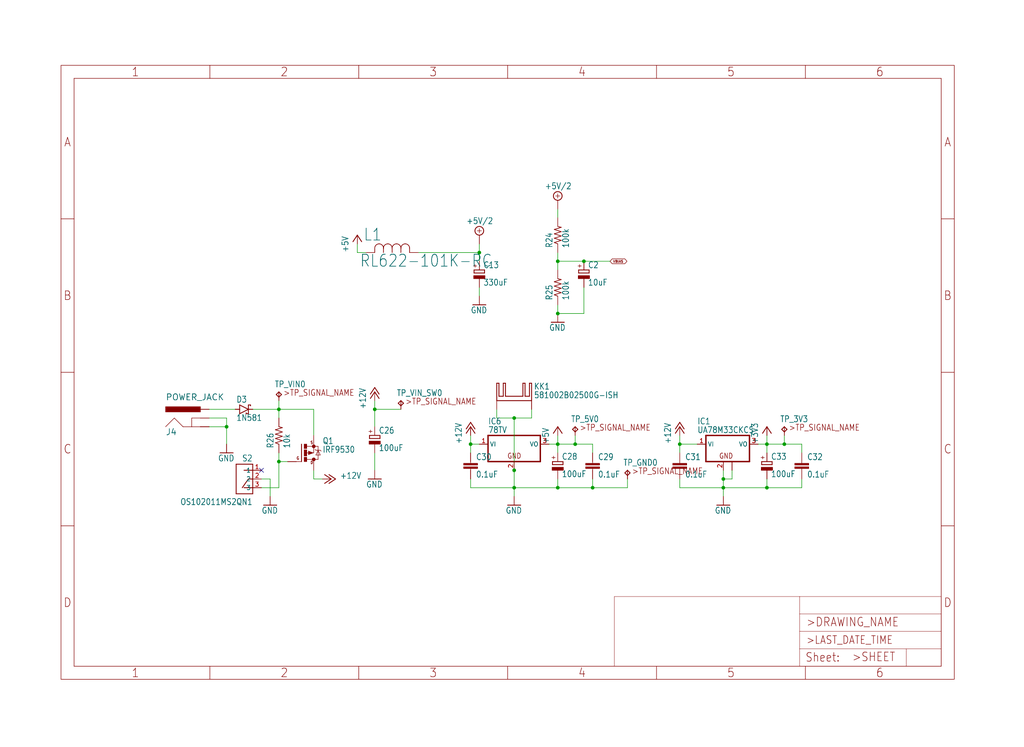
<source format=kicad_sch>
(kicad_sch (version 20230121) (generator eeschema)
  (paper "User" 298.45 217.881)
  (lib_symbols
    (symbol "MegaGRRLDesktop-eagle-import:+12V" (power)
      (property "Value" "+12V" (at -2.54 -5.08 90))
      (symbol "+12V_1_0"
        (polyline (pts (xy 0 0) (xy -1.27 -1.905)) (stroke (width 0.254)))
        (polyline (pts (xy 0 1.27) (xy -1.27 -0.635)) (stroke (width 0.254)))
        (polyline (pts (xy 1.27 -1.905) (xy 0 0)) (stroke (width 0.254)))
        (polyline (pts (xy 1.27 -0.635) (xy 0 1.27)) (stroke (width 0.254)))
        (pin power_in line (at 0 -2.54 90) (length 2.54) (name "+12V") (number "1"))
      )
    )
    (symbol "MegaGRRLDesktop-eagle-import:+3V3" (power)
      (property "Value" "+3V3" (at -2.54 -5.08 90))
      (symbol "+3V3_1_0"
        (polyline (pts (xy 0 0) (xy -1.27 -1.905)) (stroke (width 0.254)))
        (polyline (pts (xy 1.27 -1.905) (xy 0 0)) (stroke (width 0.254)))
        (pin power_in line (at 0 -2.54 90) (length 2.54) (name "+3V3") (number "1"))
      )
    )
    (symbol "MegaGRRLDesktop-eagle-import:+5V" (power)
      (property "Value" "+5V" (at -2.54 -5.08 90))
      (symbol "+5V_1_0"
        (polyline (pts (xy 0 0) (xy -1.27 -1.905)) (stroke (width 0.254)))
        (polyline (pts (xy 1.27 -1.905) (xy 0 0)) (stroke (width 0.254)))
        (pin power_in line (at 0 -2.54 90) (length 2.54) (name "+5V") (number "1"))
      )
    )
    (symbol "MegaGRRLDesktop-eagle-import:+5V{slash}2" (power)
      (property "Value" "+5V{slash}2" (at -3.81 3.175 0))
      (symbol "+5V{slash}2_1_0"
        (polyline (pts (xy -0.635 1.27) (xy 0.635 1.27)) (stroke (width 0.1524)))
        (polyline (pts (xy 0 0.635) (xy 0 1.905)) (stroke (width 0.1524)))
        (circle (center 0 1.27) (radius 1.27) (stroke (width 0.254)))
        (pin power_in line (at 0 -2.54 90) (length 2.54) (name "+5V/2") (number "1"))
      )
    )
    (symbol "MegaGRRLDesktop-eagle-import:1N581"
      (property "Reference" "D" (at -2.286 1.905 0))
      (property "Value" "1N581" (at -2.286 -3.429 0))
      (symbol "1N581_1_0"
        (polyline (pts (xy -1.27 -1.27) (xy 1.27 0)) (stroke (width 0.254)))
        (polyline (pts (xy -1.27 0) (xy -2.54 0)) (stroke (width 0.254)))
        (polyline (pts (xy -1.27 0) (xy -1.27 -1.27)) (stroke (width 0.254)))
        (polyline (pts (xy -1.27 1.27) (xy -1.27 0)) (stroke (width 0.254)))
        (polyline (pts (xy 0.635 -1.016) (xy 0.635 -1.27)) (stroke (width 0.254)))
        (polyline (pts (xy 1.27 -1.27) (xy 0.635 -1.27)) (stroke (width 0.254)))
        (polyline (pts (xy 1.27 0) (xy -1.27 1.27)) (stroke (width 0.254)))
        (polyline (pts (xy 1.27 0) (xy 1.27 -1.27)) (stroke (width 0.254)))
        (polyline (pts (xy 1.27 0) (xy 2.54 0)) (stroke (width 0.254)))
        (polyline (pts (xy 1.27 1.27) (xy 1.27 0)) (stroke (width 0.254)))
        (polyline (pts (xy 1.905 1.27) (xy 1.27 1.27)) (stroke (width 0.254)))
        (polyline (pts (xy 1.905 1.27) (xy 1.905 1.016)) (stroke (width 0.254)))
        (pin passive line (at -2.54 0 0) (length 0) (name "A") (number "A"))
        (pin passive line (at 2.54 0 180) (length 0) (name "C") (number "C"))
      )
    )
    (symbol "MegaGRRLDesktop-eagle-import:581002B02500G-ISH"
      (property "Reference" "KK" (at 5.715 3.175 0))
      (property "Value" "581002B02500G-ISH" (at 5.715 0.635 0))
      (symbol "581002B02500G-ISH_1_0"
        (polyline (pts (xy -5.08 0) (xy 5.08 0)) (stroke (width 0.254)))
        (polyline (pts (xy -5.08 5.08) (xy -5.08 0)) (stroke (width 0.254)))
        (polyline (pts (xy -4.445 1.27) (xy -4.445 5.08)) (stroke (width 0.254)))
        (polyline (pts (xy -4.445 5.08) (xy -5.08 5.08)) (stroke (width 0.254)))
        (polyline (pts (xy -3.175 1.27) (xy -4.445 1.27)) (stroke (width 0.254)))
        (polyline (pts (xy -3.175 5.08) (xy -3.175 1.27)) (stroke (width 0.254)))
        (polyline (pts (xy -2.54 1.27) (xy -2.54 5.08)) (stroke (width 0.254)))
        (polyline (pts (xy -2.54 5.08) (xy -3.175 5.08)) (stroke (width 0.254)))
        (polyline (pts (xy 2.54 1.27) (xy -2.54 1.27)) (stroke (width 0.254)))
        (polyline (pts (xy 2.54 5.08) (xy 2.54 1.27)) (stroke (width 0.254)))
        (polyline (pts (xy 3.175 1.27) (xy 3.175 5.08)) (stroke (width 0.254)))
        (polyline (pts (xy 3.175 5.08) (xy 2.54 5.08)) (stroke (width 0.254)))
        (polyline (pts (xy 4.445 1.27) (xy 3.175 1.27)) (stroke (width 0.254)))
        (polyline (pts (xy 4.445 5.08) (xy 4.445 1.27)) (stroke (width 0.254)))
        (polyline (pts (xy 5.08 0) (xy 5.08 5.08)) (stroke (width 0.254)))
        (polyline (pts (xy 5.08 5.08) (xy 4.445 5.08)) (stroke (width 0.254)))
        (pin passive line (at -5.08 -2.54 90) (length 2.54) (name "K@1") (number "B"))
        (pin passive line (at 5.08 -2.54 90) (length 2.54) (name "K@2") (number "B1"))
      )
    )
    (symbol "MegaGRRLDesktop-eagle-import:78TV"
      (property "Reference" "IC" (at -7.62 5.715 0))
      (property "Value" "78TV" (at -7.62 3.175 0))
      (symbol "78TV_1_0"
        (polyline (pts (xy -7.62 -5.08) (xy 7.62 -5.08)) (stroke (width 0.4064)))
        (polyline (pts (xy -7.62 2.54) (xy -7.62 -5.08)) (stroke (width 0.4064)))
        (polyline (pts (xy 7.62 -5.08) (xy 7.62 2.54)) (stroke (width 0.4064)))
        (polyline (pts (xy 7.62 2.54) (xy -7.62 2.54)) (stroke (width 0.4064)))
        (text "GND" (at -2.032 -4.318 0) (effects (font (size 1.524 1.2954)) (justify left bottom)))
        (pin input line (at -10.16 0 0) (length 2.54) (name "VI") (number "1"))
        (pin passive line (at 0 -7.62 90) (length 2.54) (name "GND") (number "2"))
        (pin passive line (at 10.16 0 180) (length 2.54) (name "VO") (number "3"))
      )
    )
    (symbol "MegaGRRLDesktop-eagle-import:A4L-LOC"
      (symbol "A4L-LOC_0_0"
        (polyline (pts (xy 0 44.7675) (xy 3.81 44.7675)))
        (polyline (pts (xy 0 89.535) (xy 3.81 89.535)))
        (polyline (pts (xy 0 134.3025) (xy 3.81 134.3025)))
        (polyline (pts (xy 3.81 3.81) (xy 3.81 175.26)))
        (polyline (pts (xy 43.3917 0) (xy 43.3917 3.81)))
        (polyline (pts (xy 43.3917 175.26) (xy 43.3917 179.07)))
        (polyline (pts (xy 86.7833 0) (xy 86.7833 3.81)))
        (polyline (pts (xy 86.7833 175.26) (xy 86.7833 179.07)))
        (polyline (pts (xy 130.175 0) (xy 130.175 3.81)))
        (polyline (pts (xy 130.175 175.26) (xy 130.175 179.07)))
        (polyline (pts (xy 173.5667 0) (xy 173.5667 3.81)))
        (polyline (pts (xy 173.5667 175.26) (xy 173.5667 179.07)))
        (polyline (pts (xy 216.9583 0) (xy 216.9583 3.81)))
        (polyline (pts (xy 216.9583 175.26) (xy 216.9583 179.07)))
        (polyline (pts (xy 256.54 3.81) (xy 3.81 3.81)))
        (polyline (pts (xy 256.54 3.81) (xy 256.54 175.26)))
        (polyline (pts (xy 256.54 44.7675) (xy 260.35 44.7675)))
        (polyline (pts (xy 256.54 89.535) (xy 260.35 89.535)))
        (polyline (pts (xy 256.54 134.3025) (xy 260.35 134.3025)))
        (polyline (pts (xy 256.54 175.26) (xy 3.81 175.26)))
        (polyline (pts (xy 0 0) (xy 260.35 0) (xy 260.35 179.07) (xy 0 179.07) (xy 0 0)))
        (text "1" (at 21.6958 1.905 0) (effects (font (size 2.54 2.286))))
        (text "1" (at 21.6958 177.165 0) (effects (font (size 2.54 2.286))))
        (text "2" (at 65.0875 1.905 0) (effects (font (size 2.54 2.286))))
        (text "2" (at 65.0875 177.165 0) (effects (font (size 2.54 2.286))))
        (text "3" (at 108.4792 1.905 0) (effects (font (size 2.54 2.286))))
        (text "3" (at 108.4792 177.165 0) (effects (font (size 2.54 2.286))))
        (text "4" (at 151.8708 1.905 0) (effects (font (size 2.54 2.286))))
        (text "4" (at 151.8708 177.165 0) (effects (font (size 2.54 2.286))))
        (text "5" (at 195.2625 1.905 0) (effects (font (size 2.54 2.286))))
        (text "5" (at 195.2625 177.165 0) (effects (font (size 2.54 2.286))))
        (text "6" (at 238.6542 1.905 0) (effects (font (size 2.54 2.286))))
        (text "6" (at 238.6542 177.165 0) (effects (font (size 2.54 2.286))))
        (text "A" (at 1.905 156.6863 0) (effects (font (size 2.54 2.286))))
        (text "A" (at 258.445 156.6863 0) (effects (font (size 2.54 2.286))))
        (text "B" (at 1.905 111.9188 0) (effects (font (size 2.54 2.286))))
        (text "B" (at 258.445 111.9188 0) (effects (font (size 2.54 2.286))))
        (text "C" (at 1.905 67.1513 0) (effects (font (size 2.54 2.286))))
        (text "C" (at 258.445 67.1513 0) (effects (font (size 2.54 2.286))))
        (text "D" (at 1.905 22.3838 0) (effects (font (size 2.54 2.286))))
        (text "D" (at 258.445 22.3838 0) (effects (font (size 2.54 2.286))))
      )
      (symbol "A4L-LOC_1_0"
        (polyline (pts (xy 161.29 3.81) (xy 161.29 24.13)) (stroke (width 0.1016)))
        (polyline (pts (xy 161.29 24.13) (xy 215.265 24.13)) (stroke (width 0.1016)))
        (polyline (pts (xy 215.265 8.89) (xy 215.265 3.81)) (stroke (width 0.1016)))
        (polyline (pts (xy 215.265 8.89) (xy 215.265 13.97)) (stroke (width 0.1016)))
        (polyline (pts (xy 215.265 13.97) (xy 215.265 19.05)) (stroke (width 0.1016)))
        (polyline (pts (xy 215.265 13.97) (xy 256.54 13.97)) (stroke (width 0.1016)))
        (polyline (pts (xy 215.265 19.05) (xy 215.265 24.13)) (stroke (width 0.1016)))
        (polyline (pts (xy 215.265 19.05) (xy 256.54 19.05)) (stroke (width 0.1016)))
        (polyline (pts (xy 215.265 24.13) (xy 256.54 24.13)) (stroke (width 0.1016)))
        (polyline (pts (xy 246.38 3.81) (xy 246.38 8.89)) (stroke (width 0.1016)))
        (polyline (pts (xy 246.38 8.89) (xy 215.265 8.89)) (stroke (width 0.1016)))
        (polyline (pts (xy 246.38 8.89) (xy 256.54 8.89)) (stroke (width 0.1016)))
        (polyline (pts (xy 256.54 3.81) (xy 256.54 8.89)) (stroke (width 0.1016)))
        (polyline (pts (xy 256.54 8.89) (xy 256.54 13.97)) (stroke (width 0.1016)))
        (polyline (pts (xy 256.54 13.97) (xy 256.54 19.05)) (stroke (width 0.1016)))
        (polyline (pts (xy 256.54 19.05) (xy 256.54 24.13)) (stroke (width 0.1016)))
        (text ">DRAWING_NAME" (at 217.17 15.24 0) (effects (font (size 2.54 2.159)) (justify left bottom)))
        (text ">LAST_DATE_TIME" (at 217.17 10.16 0) (effects (font (size 2.286 1.9431)) (justify left bottom)))
        (text ">SHEET" (at 230.505 5.08 0) (effects (font (size 2.54 2.159)) (justify left bottom)))
        (text "Sheet:" (at 216.916 4.953 0) (effects (font (size 2.54 2.159)) (justify left bottom)))
      )
    )
    (symbol "MegaGRRLDesktop-eagle-import:C-EU025-024X044"
      (property "Reference" "C" (at 1.524 0.381 0))
      (property "Value" "C-EU025-024X044" (at 1.524 -4.699 0))
      (symbol "C-EU025-024X044_1_0"
        (rectangle (start -2.032 -2.032) (end 2.032 -1.524) (fill (type outline)))
        (rectangle (start -2.032 -1.016) (end 2.032 -0.508) (fill (type outline)))
        (polyline (pts (xy 0 -2.54) (xy 0 -2.032)) (stroke (width 0.1524)))
        (polyline (pts (xy 0 0) (xy 0 -0.508)) (stroke (width 0.1524)))
        (pin passive line (at 0 2.54 270) (length 2.54) (name "1") (number "1"))
        (pin passive line (at 0 -5.08 90) (length 2.54) (name "2") (number "2"))
      )
    )
    (symbol "MegaGRRLDesktop-eagle-import:CPOL-EUE2.5-5"
      (property "Reference" "C" (at 1.143 0.4826 0))
      (property "Value" "CPOL-EUE2.5-5" (at 1.143 -4.5974 0))
      (symbol "CPOL-EUE2.5-5_1_0"
        (rectangle (start -1.651 -2.54) (end 1.651 -1.651) (fill (type outline)))
        (polyline (pts (xy -1.524 -0.889) (xy 1.524 -0.889)) (stroke (width 0.254)))
        (polyline (pts (xy -1.524 0) (xy -1.524 -0.889)) (stroke (width 0.254)))
        (polyline (pts (xy -1.524 0) (xy 1.524 0)) (stroke (width 0.254)))
        (polyline (pts (xy 1.524 -0.889) (xy 1.524 0)) (stroke (width 0.254)))
        (text "+" (at -0.5842 0.4064 900) (effects (font (size 1.27 1.0795)) (justify left bottom)))
        (pin passive line (at 0 2.54 270) (length 2.54) (name "+") (number "+"))
        (pin passive line (at 0 -5.08 90) (length 2.54) (name "-") (number "-"))
      )
    )
    (symbol "MegaGRRLDesktop-eagle-import:CPOL-EUE2.5-7"
      (property "Reference" "C" (at 1.143 0.4826 0))
      (property "Value" "CPOL-EUE2.5-7" (at 1.143 -4.5974 0))
      (symbol "CPOL-EUE2.5-7_1_0"
        (rectangle (start -1.651 -2.54) (end 1.651 -1.651) (fill (type outline)))
        (polyline (pts (xy -1.524 -0.889) (xy 1.524 -0.889)) (stroke (width 0.254)))
        (polyline (pts (xy -1.524 0) (xy -1.524 -0.889)) (stroke (width 0.254)))
        (polyline (pts (xy -1.524 0) (xy 1.524 0)) (stroke (width 0.254)))
        (polyline (pts (xy 1.524 -0.889) (xy 1.524 0)) (stroke (width 0.254)))
        (text "+" (at -0.5842 0.4064 900) (effects (font (size 1.27 1.0795)) (justify left bottom)))
        (pin passive line (at 0 2.54 270) (length 2.54) (name "+") (number "+"))
        (pin passive line (at 0 -5.08 90) (length 2.54) (name "-") (number "-"))
      )
    )
    (symbol "MegaGRRLDesktop-eagle-import:GND" (power)
      (property "Value" "GND" (at -2.54 -2.54 0))
      (symbol "GND_1_0"
        (polyline (pts (xy -1.905 0) (xy 1.905 0)) (stroke (width 0.254)))
        (pin power_in line (at 0 2.54 270) (length 2.54) (name "GND") (number "1"))
      )
    )
    (symbol "MegaGRRLDesktop-eagle-import:IRF9530"
      (property "Reference" "Q" (at 5.08 2.54 0))
      (property "Value" "IRF9530" (at 5.08 0 0))
      (symbol "IRF9530_1_0"
        (rectangle (start -0.254 -2.54) (end 0.508 -1.27) (fill (type outline)))
        (rectangle (start -0.254 -0.889) (end 0.508 0.889) (fill (type outline)))
        (rectangle (start -0.254 1.27) (end 0.508 2.54) (fill (type outline)))
        (polyline (pts (xy -1.016 -2.54) (xy -2.54 -2.54)) (stroke (width 0.1524)))
        (polyline (pts (xy -1.016 -2.54) (xy -1.016 2.54)) (stroke (width 0.254)))
        (polyline (pts (xy 1.016 -0.508) (xy 1.016 0.508)) (stroke (width 0.1524)))
        (polyline (pts (xy 1.016 0.508) (xy 2.286 0)) (stroke (width 0.1524)))
        (polyline (pts (xy 1.143 -0.254) (xy 1.143 0)) (stroke (width 0.3048)))
        (polyline (pts (xy 1.143 0) (xy 0.254 0)) (stroke (width 0.1524)))
        (polyline (pts (xy 1.143 0) (xy 1.397 0)) (stroke (width 0.3048)))
        (polyline (pts (xy 1.143 0.254) (xy 2.032 0)) (stroke (width 0.3048)))
        (polyline (pts (xy 2.032 0) (xy 1.143 -0.254)) (stroke (width 0.3048)))
        (polyline (pts (xy 2.2352 0) (xy 2.286 0)) (stroke (width 0.1524)))
        (polyline (pts (xy 2.286 0) (xy 1.016 -0.508)) (stroke (width 0.1524)))
        (polyline (pts (xy 2.286 0) (xy 2.54 0)) (stroke (width 0.1524)))
        (polyline (pts (xy 2.54 -2.54) (xy 2.54 -1.905)) (stroke (width 0.1524)))
        (polyline (pts (xy 2.54 -1.905) (xy 0.5334 -1.905)) (stroke (width 0.1524)))
        (polyline (pts (xy 2.54 0) (xy 2.54 1.905)) (stroke (width 0.1524)))
        (polyline (pts (xy 2.54 1.905) (xy 0.508 1.905)) (stroke (width 0.1524)))
        (polyline (pts (xy 2.54 2.54) (xy 2.54 1.905)) (stroke (width 0.1524)))
        (polyline (pts (xy 3.175 -0.635) (xy 3.81 0.762)) (stroke (width 0.1524)))
        (polyline (pts (xy 3.175 0.762) (xy 2.921 1.016)) (stroke (width 0.1524)))
        (polyline (pts (xy 3.81 -1.905) (xy 2.54 -1.905)) (stroke (width 0.1524)))
        (polyline (pts (xy 3.81 0.762) (xy 3.175 0.762)) (stroke (width 0.1524)))
        (polyline (pts (xy 3.81 0.762) (xy 3.81 -1.905)) (stroke (width 0.1524)))
        (polyline (pts (xy 3.81 0.762) (xy 4.445 -0.635)) (stroke (width 0.1524)))
        (polyline (pts (xy 3.81 1.905) (xy 2.54 1.905)) (stroke (width 0.1524)))
        (polyline (pts (xy 3.81 1.905) (xy 3.81 0.762)) (stroke (width 0.1524)))
        (polyline (pts (xy 4.445 -0.635) (xy 3.175 -0.635)) (stroke (width 0.1524)))
        (polyline (pts (xy 4.445 0.762) (xy 3.81 0.762)) (stroke (width 0.1524)))
        (polyline (pts (xy 4.445 0.762) (xy 4.699 0.508)) (stroke (width 0.1524)))
        (circle (center 2.54 -1.905) (radius 0.127) (stroke (width 0.4064)))
        (circle (center 2.54 1.905) (radius 0.127) (stroke (width 0.4064)))
        (text "D" (at 1.524 -3.302 0) (effects (font (size 0.8128 0.6908)) (justify left bottom)))
        (text "G" (at -2.54 -2.032 0) (effects (font (size 0.8128 0.6908)) (justify left bottom)))
        (text "S" (at 1.524 2.54 0) (effects (font (size 0.8128 0.6908)) (justify left bottom)))
        (pin passive line (at 2.54 -5.08 90) (length 2.54) (name "D") (number "D"))
        (pin passive line (at -5.08 -2.54 0) (length 2.54) (name "G") (number "G"))
        (pin passive line (at 2.54 5.08 270) (length 2.54) (name "S") (number "S"))
      )
    )
    (symbol "MegaGRRLDesktop-eagle-import:OS102011MS2QN1"
      (property "Reference" "S" (at -2.541 5.0821 0))
      (property "Value" "OS102011MS2QN1" (at -2.5439 -7.6318 0))
      (symbol "OS102011MS2QN1_1_0"
        (polyline (pts (xy -2.54 -4.318) (xy 2.286 -4.318)) (stroke (width 0.254)))
        (polyline (pts (xy -2.54 -2.54) (xy -2.54 -4.318)) (stroke (width 0.254)))
        (polyline (pts (xy -2.54 -2.54) (xy 0 -2.54)) (stroke (width 0.254)))
        (polyline (pts (xy -2.54 0) (xy -2.54 -2.54)) (stroke (width 0.254)))
        (polyline (pts (xy -2.54 0) (xy -1.27 0)) (stroke (width 0.254)))
        (polyline (pts (xy -2.54 2.54) (xy -2.54 0)) (stroke (width 0.254)))
        (polyline (pts (xy -2.54 2.54) (xy 0 2.54)) (stroke (width 0.254)))
        (polyline (pts (xy -2.54 4.318) (xy -2.54 2.54)) (stroke (width 0.254)))
        (polyline (pts (xy -1.27 0) (xy 0.508 -2.54)) (stroke (width 0.254)))
        (polyline (pts (xy 2.286 -4.318) (xy 2.286 4.318)) (stroke (width 0.254)))
        (polyline (pts (xy 2.286 4.318) (xy -2.54 4.318)) (stroke (width 0.254)))
        (pin passive line (at -5.08 2.54 0) (length 2.54) (name "1") (number "1"))
        (pin passive line (at -5.08 0 0) (length 2.54) (name "2") (number "2"))
        (pin passive line (at -5.08 -2.54 0) (length 2.54) (name "3") (number "3"))
      )
    )
    (symbol "MegaGRRLDesktop-eagle-import:POWER_JACK"
      (property "Reference" "J" (at -10.16 0 0))
      (property "Value" "POWER_JACK" (at -10.16 10.16 0))
      (symbol "POWER_JACK_1_0"
        (rectangle (start -10.16 6.858) (end 0 8.382) (fill (type outline)))
        (polyline (pts (xy -10.16 2.54) (xy -7.62 5.08)) (stroke (width 0.1524)))
        (polyline (pts (xy -7.62 5.08) (xy -5.08 2.54)) (stroke (width 0.1524)))
        (polyline (pts (xy -5.08 2.54) (xy -2.54 2.54)) (stroke (width 0.1524)))
        (polyline (pts (xy -2.54 2.54) (xy -2.54 5.08)) (stroke (width 0.1524)))
        (polyline (pts (xy -2.54 2.54) (xy 0 2.54)) (stroke (width 0.1524)))
        (polyline (pts (xy -2.54 5.08) (xy 0 5.08)) (stroke (width 0.1524)))
        (pin bidirectional line (at 2.54 2.54 180) (length 2.54) (name "GND") (number "GND"))
        (pin bidirectional line (at 2.54 5.08 180) (length 2.54) (name "GNDBREAK") (number "GNDBREAK"))
        (pin bidirectional line (at 2.54 7.62 180) (length 2.54) (name "PWR") (number "PWR"))
      )
    )
    (symbol "MegaGRRLDesktop-eagle-import:R-US_0204{slash}7"
      (property "Reference" "R" (at -3.81 1.4986 0))
      (property "Value" "R-US_0204{slash}7" (at -3.81 -3.302 0))
      (symbol "R-US_0204{slash}7_1_0"
        (polyline (pts (xy -2.54 0) (xy -2.159 1.016)) (stroke (width 0.2032)))
        (polyline (pts (xy -2.159 1.016) (xy -1.524 -1.016)) (stroke (width 0.2032)))
        (polyline (pts (xy -1.524 -1.016) (xy -0.889 1.016)) (stroke (width 0.2032)))
        (polyline (pts (xy -0.889 1.016) (xy -0.254 -1.016)) (stroke (width 0.2032)))
        (polyline (pts (xy -0.254 -1.016) (xy 0.381 1.016)) (stroke (width 0.2032)))
        (polyline (pts (xy 0.381 1.016) (xy 1.016 -1.016)) (stroke (width 0.2032)))
        (polyline (pts (xy 1.016 -1.016) (xy 1.651 1.016)) (stroke (width 0.2032)))
        (polyline (pts (xy 1.651 1.016) (xy 2.286 -1.016)) (stroke (width 0.2032)))
        (polyline (pts (xy 2.286 -1.016) (xy 2.54 0)) (stroke (width 0.2032)))
        (pin passive line (at -5.08 0 0) (length 2.54) (name "1") (number "1"))
        (pin passive line (at 5.08 0 180) (length 2.54) (name "2") (number "2"))
      )
    )
    (symbol "MegaGRRLDesktop-eagle-import:RL622-101K-RC"
      (property "Reference" "L" (at -0.9144 3.3528 0))
      (property "Value" "RL622-101K-RC" (at -1.9812 -4.2672 0))
      (symbol "RL622-101K-RC_1_0"
        (polyline (pts (xy 2.54 0) (xy 2.54 1.27)) (stroke (width 0.2032)))
        (polyline (pts (xy 5.08 0) (xy 5.08 1.27)) (stroke (width 0.2032)))
        (polyline (pts (xy 7.62 0) (xy 7.62 1.27)) (stroke (width 0.2032)))
        (polyline (pts (xy 10.16 0) (xy 10.16 1.27)) (stroke (width 0.2032)))
        (polyline (pts (xy 12.7 0) (xy 12.7 1.27)) (stroke (width 0.2032)))
        (arc (start 5.08 1.27) (mid 3.81 2.5345) (end 2.54 1.27) (stroke (width 0.1524)))
        (arc (start 5.08 1.27) (mid 3.81 2.5345) (end 2.54 1.27) (stroke (width 0.1524)))
        (arc (start 7.62 1.27) (mid 6.35 2.5345) (end 5.08 1.27) (stroke (width 0.1524)))
        (arc (start 7.62 1.27) (mid 6.35 2.5345) (end 5.08 1.27) (stroke (width 0.1524)))
        (arc (start 10.16 1.27) (mid 8.89 2.5345) (end 7.62 1.27) (stroke (width 0.1524)))
        (arc (start 10.16 1.27) (mid 8.89 2.5345) (end 7.62 1.27) (stroke (width 0.1524)))
        (arc (start 12.7 1.27) (mid 11.43 2.5345) (end 10.16 1.27) (stroke (width 0.1524)))
        (arc (start 12.7 1.27) (mid 11.43 2.5345) (end 10.16 1.27) (stroke (width 0.1524)))
        (pin passive line (at 15.24 0 180) (length 2.54) (name "1") (number "1"))
        (pin passive line (at 0 0 0) (length 2.54) (name "2") (number "2"))
      )
    )
    (symbol "MegaGRRLDesktop-eagle-import:TPB1,27"
      (property "Reference" "TP" (at -1.27 1.27 0))
      (symbol "TPB1,27_1_0"
        (polyline (pts (xy -0.762 -0.762) (xy 0 0)) (stroke (width 0.254)))
        (polyline (pts (xy 0 -1.524) (xy -0.762 -0.762)) (stroke (width 0.254)))
        (polyline (pts (xy 0 0) (xy 0.762 -0.762)) (stroke (width 0.254)))
        (polyline (pts (xy 0.762 -0.762) (xy 0 -1.524)) (stroke (width 0.254)))
        (text ">TP_SIGNAL_NAME" (at 1.27 -1.27 0) (effects (font (size 1.778 1.5113)) (justify left bottom)))
        (pin input line (at 0 -2.54 90) (length 2.54) (name "TP") (number "TP"))
      )
    )
    (symbol "MegaGRRLDesktop-eagle-import:UA78MKCS"
      (property "Reference" "IC" (at -5.08 5.715 0))
      (property "Value" "UA78MKCS" (at -5.08 3.175 0))
      (symbol "UA78MKCS_1_0"
        (polyline (pts (xy -5.08 -5.08) (xy 7.62 -5.08)) (stroke (width 0.4064)))
        (polyline (pts (xy -5.08 2.54) (xy -5.08 -5.08)) (stroke (width 0.4064)))
        (polyline (pts (xy 7.62 -5.08) (xy 7.62 2.54)) (stroke (width 0.4064)))
        (polyline (pts (xy 7.62 2.54) (xy -5.08 2.54)) (stroke (width 0.4064)))
        (text "GND" (at -1.27 -4.318 0) (effects (font (size 1.524 1.2954)) (justify left bottom)))
        (pin input line (at -7.62 0 0) (length 2.54) (name "VI") (number "1"))
        (pin passive line (at 0 -7.62 90) (length 2.54) (name "GND") (number "2"))
        (pin passive line (at 10.16 0 180) (length 2.54) (name "VO") (number "3"))
        (pin passive line (at 2.54 -7.62 90) (length 2.54) (name "GND@1") (number "TAB"))
      )
    )
  )
  (junction (at 149.86 142.24))
  (junction (at 81.28 134.62))
  (junction (at 170.18 76.2))
  (junction (at 172.72 142.24))
  (junction (at 162.56 142.24))
  (junction (at 167.64 129.54))
  (junction (at 162.56 91.44))
  (junction (at 198.12 129.54))
  (junction (at 223.52 129.54))
  (junction (at 137.16 129.54))
  (junction (at 223.52 142.24))
  (junction (at 210.82 142.24))
  (junction (at 109.22 119.38))
  (junction (at 139.7 73.66))
  (junction (at 149.86 121.92))
  (junction (at 81.28 119.38))
  (junction (at 162.56 129.54))
  (junction (at 228.6 129.54))
  (junction (at 162.56 76.2))
  (junction (at 210.82 139.7))
  (junction (at 149.86 137.16))
  (junction (at 66.04 124.46))
  (no_connect (at 76.2 137.16))
  (wire (pts (xy 223.52 129.54) (xy 228.6 129.54)))
  (wire (pts (xy 73.66 119.38) (xy 81.28 119.38)))
  (wire (pts (xy 81.28 142.24) (xy 76.2 142.24)))
  (wire (pts (xy 210.82 139.7) (xy 210.82 137.16)))
  (wire (pts (xy 81.28 134.62) (xy 81.28 142.24)))
  (wire (pts (xy 109.22 132.08) (xy 109.22 137.16)))
  (wire (pts (xy 167.64 129.54) (xy 172.72 129.54)))
  (wire (pts (xy 162.56 73.66) (xy 162.56 76.2)))
  (wire (pts (xy 167.64 127) (xy 167.64 129.54)))
  (wire (pts (xy 198.12 139.7) (xy 198.12 142.24)))
  (wire (pts (xy 162.56 76.2) (xy 162.56 78.74)))
  (wire (pts (xy 60.96 119.38) (xy 68.58 119.38)))
  (wire (pts (xy 213.36 139.7) (xy 210.82 139.7)))
  (wire (pts (xy 76.2 139.7) (xy 78.74 139.7)))
  (wire (pts (xy 170.18 91.44) (xy 162.56 91.44)))
  (wire (pts (xy 172.72 139.7) (xy 172.72 142.24)))
  (wire (pts (xy 162.56 129.54) (xy 162.56 132.08)))
  (wire (pts (xy 81.28 119.38) (xy 81.28 121.92)))
  (wire (pts (xy 149.86 121.92) (xy 149.86 137.16)))
  (wire (pts (xy 162.56 142.24) (xy 162.56 139.7)))
  (wire (pts (xy 210.82 142.24) (xy 223.52 142.24)))
  (wire (pts (xy 93.98 139.7) (xy 91.44 139.7)))
  (wire (pts (xy 149.86 121.92) (xy 154.94 121.92)))
  (wire (pts (xy 162.56 91.44) (xy 162.56 88.9)))
  (wire (pts (xy 198.12 129.54) (xy 198.12 132.08)))
  (wire (pts (xy 182.88 142.24) (xy 182.88 139.7)))
  (wire (pts (xy 228.6 129.54) (xy 233.68 129.54)))
  (wire (pts (xy 109.22 119.38) (xy 109.22 116.84)))
  (wire (pts (xy 223.52 142.24) (xy 233.68 142.24)))
  (wire (pts (xy 172.72 142.24) (xy 182.88 142.24)))
  (wire (pts (xy 154.94 121.92) (xy 154.94 119.38)))
  (wire (pts (xy 109.22 124.46) (xy 109.22 119.38)))
  (wire (pts (xy 139.7 83.82) (xy 139.7 86.36)))
  (wire (pts (xy 210.82 142.24) (xy 210.82 139.7)))
  (wire (pts (xy 220.98 129.54) (xy 223.52 129.54)))
  (wire (pts (xy 203.2 129.54) (xy 198.12 129.54)))
  (wire (pts (xy 170.18 83.82) (xy 170.18 91.44)))
  (wire (pts (xy 81.28 119.38) (xy 91.44 119.38)))
  (wire (pts (xy 198.12 129.54) (xy 198.12 127)))
  (wire (pts (xy 223.52 142.24) (xy 223.52 139.7)))
  (wire (pts (xy 162.56 129.54) (xy 162.56 127)))
  (wire (pts (xy 213.36 137.16) (xy 213.36 139.7)))
  (wire (pts (xy 91.44 119.38) (xy 91.44 127)))
  (wire (pts (xy 139.7 71.12) (xy 139.7 73.66)))
  (wire (pts (xy 137.16 132.08) (xy 137.16 129.54)))
  (wire (pts (xy 60.96 121.92) (xy 66.04 121.92)))
  (wire (pts (xy 149.86 137.16) (xy 149.86 142.24)))
  (wire (pts (xy 228.6 127) (xy 228.6 129.54)))
  (wire (pts (xy 104.14 71.12) (xy 104.14 73.66)))
  (wire (pts (xy 116.84 119.38) (xy 109.22 119.38)))
  (wire (pts (xy 137.16 139.7) (xy 137.16 142.24)))
  (wire (pts (xy 172.72 142.24) (xy 162.56 142.24)))
  (wire (pts (xy 139.7 73.66) (xy 139.7 76.2)))
  (wire (pts (xy 137.16 129.54) (xy 137.16 127)))
  (wire (pts (xy 144.78 119.38) (xy 144.78 121.92)))
  (wire (pts (xy 162.56 129.54) (xy 167.64 129.54)))
  (wire (pts (xy 81.28 116.84) (xy 81.28 119.38)))
  (wire (pts (xy 223.52 129.54) (xy 223.52 127)))
  (wire (pts (xy 83.82 134.62) (xy 81.28 134.62)))
  (wire (pts (xy 139.7 129.54) (xy 137.16 129.54)))
  (wire (pts (xy 233.68 129.54) (xy 233.68 132.08)))
  (wire (pts (xy 149.86 142.24) (xy 162.56 142.24)))
  (wire (pts (xy 60.96 124.46) (xy 66.04 124.46)))
  (wire (pts (xy 223.52 129.54) (xy 223.52 132.08)))
  (wire (pts (xy 104.14 73.66) (xy 106.68 73.66)))
  (wire (pts (xy 139.7 73.66) (xy 121.92 73.66)))
  (wire (pts (xy 233.68 142.24) (xy 233.68 139.7)))
  (wire (pts (xy 162.56 60.96) (xy 162.56 63.5)))
  (wire (pts (xy 66.04 121.92) (xy 66.04 124.46)))
  (wire (pts (xy 137.16 142.24) (xy 149.86 142.24)))
  (wire (pts (xy 81.28 134.62) (xy 81.28 132.08)))
  (wire (pts (xy 144.78 121.92) (xy 149.86 121.92)))
  (wire (pts (xy 78.74 139.7) (xy 78.74 144.78)))
  (wire (pts (xy 170.18 76.2) (xy 162.56 76.2)))
  (wire (pts (xy 172.72 129.54) (xy 172.72 132.08)))
  (wire (pts (xy 210.82 142.24) (xy 210.82 144.78)))
  (wire (pts (xy 66.04 124.46) (xy 66.04 129.54)))
  (wire (pts (xy 91.44 139.7) (xy 91.44 137.16)))
  (wire (pts (xy 170.18 76.2) (xy 177.8 76.2)))
  (wire (pts (xy 198.12 142.24) (xy 210.82 142.24)))
  (wire (pts (xy 160.02 129.54) (xy 162.56 129.54)))
  (wire (pts (xy 149.86 142.24) (xy 149.86 144.78)))
  (global_label "VBIAS" (shape bidirectional) (at 177.8 76.2 0) (effects (font (size 0.7112 0.7112))) (property "Intersheetrefs" "${INTERSHEET_REFS}" (effects hide)))
  (symbol (lib_id "MegaGRRLDesktop-eagle-import:+12V") (at 109.22 114.3 0) (unit 1)
    (property "Reference" "#P+01" (effects hide))
    (property "Value" "+12V" (at 106.68 119.38 90) (effects (font (size 1.778 1.5113)) (justify left bottom)))
    (property "Footprint" "MegaGRRLDesktop:" (effects hide))
  )
  (symbol (lib_id "MegaGRRLDesktop-eagle-import:TPB1,27") (at 182.88 137.16 0) (unit 1)
    (property "Reference" "TP_GND0" (at 181.61 135.89 0) (effects (font (size 1.778 1.5113)) (justify left bottom)))
    (property "Value" "TPB1,27" (effects hide))
    (property "Footprint" "MegaGRRLDesktop:B1,27" (effects hide))
  )
  (symbol (lib_id "MegaGRRLDesktop-eagle-import:+5V") (at 104.14 68.58 0) (unit 1)
    (property "Reference" "#P+011" (effects hide))
    (property "Value" "+5V" (at 101.6 73.66 90) (effects (font (size 1.778 1.5113)) (justify left bottom)))
    (property "Footprint" "MegaGRRLDesktop:" (effects hide))
  )
  (symbol (lib_id "MegaGRRLDesktop-eagle-import:GND") (at 78.74 147.32 0) (unit 1)
    (property "Reference" "#GND028" (effects hide))
    (property "Value" "GND" (at 76.2 149.86 0) (effects (font (size 1.778 1.5113)) (justify left bottom)))
    (property "Footprint" "MegaGRRLDesktop:" (effects hide))
  )
  (symbol (lib_id "MegaGRRLDesktop-eagle-import:R-US_0204{slash}7") (at 81.28 127 90) (unit 1)
    (property "Reference" "R26" (at 79.7814 130.81 0) (effects (font (size 1.778 1.5113)) (justify left bottom)))
    (property "Value" "10k" (at 84.582 130.81 0) (effects (font (size 1.778 1.5113)) (justify left bottom)))
    (property "Footprint" "MegaGRRLDesktop:0204_7" (effects hide))
  )
  (symbol (lib_id "MegaGRRLDesktop-eagle-import:78TV") (at 149.86 129.54 0) (unit 1)
    (property "Reference" "IC6" (at 142.24 123.825 0) (effects (font (size 1.778 1.5113)) (justify left bottom)))
    (property "Value" "78TV" (at 142.24 126.365 0) (effects (font (size 1.778 1.5113)) (justify left bottom)))
    (property "Footprint" "MegaGRRLDesktop:TO220V" (effects hide))
  )
  (symbol (lib_id "MegaGRRLDesktop-eagle-import:+5V{slash}2") (at 139.7 68.58 0) (unit 1)
    (property "Reference" "#SUPPLY02" (effects hide))
    (property "Value" "+5V{slash}2" (at 135.89 65.405 0) (effects (font (size 1.778 1.5113)) (justify left bottom)))
    (property "Footprint" "MegaGRRLDesktop:" (effects hide))
  )
  (symbol (lib_id "MegaGRRLDesktop-eagle-import:+12V") (at 137.16 124.46 0) (unit 1)
    (property "Reference" "#P+04" (effects hide))
    (property "Value" "+12V" (at 134.62 129.54 90) (effects (font (size 1.778 1.5113)) (justify left bottom)))
    (property "Footprint" "MegaGRRLDesktop:" (effects hide))
  )
  (symbol (lib_id "MegaGRRLDesktop-eagle-import:POWER_JACK") (at 58.42 127 0) (unit 1)
    (property "Reference" "J4" (at 48.26 127 0) (effects (font (size 1.778 1.778)) (justify left bottom)))
    (property "Value" "POWER_JACK" (at 48.26 116.84 0) (effects (font (size 1.778 1.778)) (justify left bottom)))
    (property "Footprint" "MegaGRRLDesktop:POWER_JACK_PTH" (effects hide))
  )
  (symbol (lib_id "MegaGRRLDesktop-eagle-import:GND") (at 149.86 147.32 0) (unit 1)
    (property "Reference" "#GND05" (effects hide))
    (property "Value" "GND" (at 147.32 149.86 0) (effects (font (size 1.778 1.5113)) (justify left bottom)))
    (property "Footprint" "MegaGRRLDesktop:" (effects hide))
  )
  (symbol (lib_id "MegaGRRLDesktop-eagle-import:OS102011MS2QN1") (at 71.12 139.7 0) (mirror y) (unit 1)
    (property "Reference" "S2" (at 73.661 134.6179 0) (effects (font (size 1.7787 1.5118)) (justify left bottom)))
    (property "Value" "OS102011MS2QN1" (at 73.6639 147.3319 0) (effects (font (size 1.7807 1.5135)) (justify left bottom)))
    (property "Footprint" "MegaGRRLDesktop:SW_OS102011MS2QN1" (effects hide))
  )
  (symbol (lib_id "MegaGRRLDesktop-eagle-import:C-EU025-024X044") (at 172.72 134.62 0) (unit 1)
    (property "Reference" "C29" (at 174.244 134.239 0) (effects (font (size 1.778 1.5113)) (justify left bottom)))
    (property "Value" "0.1uF" (at 174.244 139.319 0) (effects (font (size 1.778 1.5113)) (justify left bottom)))
    (property "Footprint" "MegaGRRLDesktop:C025-024X044" (effects hide))
  )
  (symbol (lib_id "MegaGRRLDesktop-eagle-import:GND") (at 109.22 139.7 0) (unit 1)
    (property "Reference" "#GND02" (effects hide))
    (property "Value" "GND" (at 106.68 142.24 0) (effects (font (size 1.778 1.5113)) (justify left bottom)))
    (property "Footprint" "MegaGRRLDesktop:" (effects hide))
  )
  (symbol (lib_id "MegaGRRLDesktop-eagle-import:C-EU025-024X044") (at 233.68 134.62 0) (unit 1)
    (property "Reference" "C32" (at 235.204 134.239 0) (effects (font (size 1.778 1.5113)) (justify left bottom)))
    (property "Value" "0.1uF" (at 235.204 139.319 0) (effects (font (size 1.778 1.5113)) (justify left bottom)))
    (property "Footprint" "MegaGRRLDesktop:C025-024X044" (effects hide))
  )
  (symbol (lib_id "MegaGRRLDesktop-eagle-import:581002B02500G-ISH") (at 149.86 116.84 0) (unit 1)
    (property "Reference" "KK1" (at 155.575 113.665 0) (effects (font (size 1.778 1.5113)) (justify left bottom)))
    (property "Value" "581002B02500G-ISH" (at 155.575 116.205 0) (effects (font (size 1.778 1.5113)) (justify left bottom)))
    (property "Footprint" "MegaGRRLDesktop:581002B02500G-ISH" (effects hide))
  )
  (symbol (lib_id "MegaGRRLDesktop-eagle-import:GND") (at 162.56 93.98 0) (unit 1)
    (property "Reference" "#GND01" (effects hide))
    (property "Value" "GND" (at 160.02 96.52 0) (effects (font (size 1.778 1.5113)) (justify left bottom)))
    (property "Footprint" "MegaGRRLDesktop:" (effects hide))
  )
  (symbol (lib_id "MegaGRRLDesktop-eagle-import:CPOL-EUE2.5-7") (at 109.22 127 0) (unit 1)
    (property "Reference" "C26" (at 110.363 126.5174 0) (effects (font (size 1.778 1.5113)) (justify left bottom)))
    (property "Value" "100uF" (at 110.363 131.5974 0) (effects (font (size 1.778 1.5113)) (justify left bottom)))
    (property "Footprint" "MegaGRRLDesktop:E2,5-7" (effects hide))
  )
  (symbol (lib_id "MegaGRRLDesktop-eagle-import:TPB1,27") (at 167.64 124.46 0) (unit 1)
    (property "Reference" "TP_5V0" (at 166.37 123.19 0) (effects (font (size 1.778 1.5113)) (justify left bottom)))
    (property "Value" "TPB1,27" (effects hide))
    (property "Footprint" "MegaGRRLDesktop:B1,27" (effects hide))
  )
  (symbol (lib_id "MegaGRRLDesktop-eagle-import:C-EU025-024X044") (at 137.16 134.62 0) (unit 1)
    (property "Reference" "C30" (at 138.684 134.239 0) (effects (font (size 1.778 1.5113)) (justify left bottom)))
    (property "Value" "0.1uF" (at 138.684 139.319 0) (effects (font (size 1.778 1.5113)) (justify left bottom)))
    (property "Footprint" "MegaGRRLDesktop:C025-024X044" (effects hide))
  )
  (symbol (lib_id "MegaGRRLDesktop-eagle-import:+5V{slash}2") (at 162.56 58.42 0) (unit 1)
    (property "Reference" "#SUPPLY05" (effects hide))
    (property "Value" "+5V{slash}2" (at 158.75 55.245 0) (effects (font (size 1.778 1.5113)) (justify left bottom)))
    (property "Footprint" "MegaGRRLDesktop:" (effects hide))
  )
  (symbol (lib_id "MegaGRRLDesktop-eagle-import:+12V") (at 96.52 139.7 270) (unit 1)
    (property "Reference" "#P+016" (effects hide))
    (property "Value" "+12V" (at 99.06 139.7 90) (effects (font (size 1.778 1.5113)) (justify left bottom)))
    (property "Footprint" "MegaGRRLDesktop:" (effects hide))
  )
  (symbol (lib_id "MegaGRRLDesktop-eagle-import:GND") (at 66.04 132.08 0) (unit 1)
    (property "Reference" "#GND029" (effects hide))
    (property "Value" "GND" (at 63.5 134.62 0) (effects (font (size 1.778 1.5113)) (justify left bottom)))
    (property "Footprint" "MegaGRRLDesktop:" (effects hide))
  )
  (symbol (lib_id "MegaGRRLDesktop-eagle-import:CPOL-EUE2.5-7") (at 162.56 134.62 0) (unit 1)
    (property "Reference" "C28" (at 163.703 134.1374 0) (effects (font (size 1.778 1.5113)) (justify left bottom)))
    (property "Value" "100uF" (at 163.703 139.2174 0) (effects (font (size 1.778 1.5113)) (justify left bottom)))
    (property "Footprint" "MegaGRRLDesktop:E2,5-7" (effects hide))
  )
  (symbol (lib_id "MegaGRRLDesktop-eagle-import:+3V3") (at 223.52 124.46 0) (unit 1)
    (property "Reference" "#+3V09" (effects hide))
    (property "Value" "+3V3" (at 220.98 129.54 90) (effects (font (size 1.778 1.5113)) (justify left bottom)))
    (property "Footprint" "MegaGRRLDesktop:" (effects hide))
  )
  (symbol (lib_id "MegaGRRLDesktop-eagle-import:CPOL-EUE2.5-7") (at 223.52 134.62 0) (unit 1)
    (property "Reference" "C33" (at 224.663 134.1374 0) (effects (font (size 1.778 1.5113)) (justify left bottom)))
    (property "Value" "100uF" (at 224.663 139.2174 0) (effects (font (size 1.778 1.5113)) (justify left bottom)))
    (property "Footprint" "MegaGRRLDesktop:E2,5-7" (effects hide))
  )
  (symbol (lib_id "MegaGRRLDesktop-eagle-import:TPB1,27") (at 228.6 124.46 0) (unit 1)
    (property "Reference" "TP_3V3" (at 227.33 123.19 0) (effects (font (size 1.778 1.5113)) (justify left bottom)))
    (property "Value" "TPB1,27" (effects hide))
    (property "Footprint" "MegaGRRLDesktop:B1,27" (effects hide))
  )
  (symbol (lib_id "MegaGRRLDesktop-eagle-import:GND") (at 139.7 88.9 0) (unit 1)
    (property "Reference" "#GND016" (effects hide))
    (property "Value" "GND" (at 137.16 91.44 0) (effects (font (size 1.778 1.5113)) (justify left bottom)))
    (property "Footprint" "MegaGRRLDesktop:" (effects hide))
  )
  (symbol (lib_id "MegaGRRLDesktop-eagle-import:TPB1,27") (at 81.28 114.3 0) (unit 1)
    (property "Reference" "TP_VIN0" (at 80.01 113.03 0) (effects (font (size 1.778 1.5113)) (justify left bottom)))
    (property "Value" "TPB1,27" (effects hide))
    (property "Footprint" "MegaGRRLDesktop:B1,27" (effects hide))
  )
  (symbol (lib_id "MegaGRRLDesktop-eagle-import:R-US_0204{slash}7") (at 162.56 83.82 90) (unit 1)
    (property "Reference" "R25" (at 161.0614 87.63 0) (effects (font (size 1.778 1.5113)) (justify left bottom)))
    (property "Value" "100k" (at 165.862 87.63 0) (effects (font (size 1.778 1.5113)) (justify left bottom)))
    (property "Footprint" "MegaGRRLDesktop:0204_7" (effects hide))
  )
  (symbol (lib_id "MegaGRRLDesktop-eagle-import:+12V") (at 198.12 124.46 0) (unit 1)
    (property "Reference" "#P+09" (effects hide))
    (property "Value" "+12V" (at 195.58 129.54 90) (effects (font (size 1.778 1.5113)) (justify left bottom)))
    (property "Footprint" "MegaGRRLDesktop:" (effects hide))
  )
  (symbol (lib_id "MegaGRRLDesktop-eagle-import:IRF9530") (at 88.9 132.08 0) (unit 1)
    (property "Reference" "Q1" (at 93.98 129.54 0) (effects (font (size 1.778 1.5113)) (justify left bottom)))
    (property "Value" "IRF9530" (at 93.98 132.08 0) (effects (font (size 1.778 1.5113)) (justify left bottom)))
    (property "Footprint" "MegaGRRLDesktop:TO220BV" (effects hide))
  )
  (symbol (lib_id "MegaGRRLDesktop-eagle-import:A4L-LOC") (at 17.78 198.12 0) (unit 1)
    (property "Reference" "#FRAME2" (effects hide))
    (property "Value" "A4L-LOC" (effects hide))
    (property "Footprint" "MegaGRRLDesktop:" (effects hide))
  )
  (symbol (lib_id "MegaGRRLDesktop-eagle-import:TPB1,27") (at 116.84 116.84 0) (unit 1)
    (property "Reference" "TP_VIN_SW0" (at 115.57 115.57 0) (effects (font (size 1.778 1.5113)) (justify left bottom)))
    (property "Value" "TPB1,27" (effects hide))
    (property "Footprint" "MegaGRRLDesktop:B1,27" (effects hide))
  )
  (symbol (lib_id "MegaGRRLDesktop-eagle-import:CPOL-EUE2.5-5") (at 170.18 78.74 0) (unit 1)
    (property "Reference" "C2" (at 171.323 78.2574 0) (effects (font (size 1.778 1.5113)) (justify left bottom)))
    (property "Value" "10uF" (at 171.323 83.3374 0) (effects (font (size 1.778 1.5113)) (justify left bottom)))
    (property "Footprint" "MegaGRRLDesktop:E2,5-5" (effects hide))
  )
  (symbol (lib_id "MegaGRRLDesktop-eagle-import:UA78MKCS") (at 210.82 129.54 0) (unit 1)
    (property "Reference" "IC1" (at 203.2 123.825 0) (effects (font (size 1.778 1.5113)) (justify left bottom)))
    (property "Value" "UA78M33CKCS" (at 203.2 126.365 0) (effects (font (size 1.778 1.5113)) (justify left bottom)))
    (property "Footprint" "MegaGRRLDesktop:TO220H" (effects hide))
  )
  (symbol (lib_id "MegaGRRLDesktop-eagle-import:C-EU025-024X044") (at 198.12 134.62 0) (unit 1)
    (property "Reference" "C31" (at 199.644 134.239 0) (effects (font (size 1.778 1.5113)) (justify left bottom)))
    (property "Value" "0.1uF" (at 199.644 139.319 0) (effects (font (size 1.778 1.5113)) (justify left bottom)))
    (property "Footprint" "MegaGRRLDesktop:C025-024X044" (effects hide))
  )
  (symbol (lib_id "MegaGRRLDesktop-eagle-import:1N581") (at 71.12 119.38 0) (unit 1)
    (property "Reference" "D3" (at 68.834 117.475 0) (effects (font (size 1.778 1.5113)) (justify left bottom)))
    (property "Value" "1N581" (at 68.834 122.809 0) (effects (font (size 1.778 1.5113)) (justify left bottom)))
    (property "Footprint" "MegaGRRLDesktop:DO41-7.6" (effects hide))
  )
  (symbol (lib_id "MegaGRRLDesktop-eagle-import:RL622-101K-RC") (at 106.68 73.66 0) (unit 1)
    (property "Reference" "L1" (at 105.7656 70.3072 0) (effects (font (size 3.4798 2.9578)) (justify left bottom)))
    (property "Value" "RL622-101K-RC" (at 104.6988 77.9272 0) (effects (font (size 3.4798 2.9578)) (justify left bottom)))
    (property "Footprint" "MegaGRRLDesktop:RL622_SERIES" (effects hide))
  )
  (symbol (lib_id "MegaGRRLDesktop-eagle-import:GND") (at 210.82 147.32 0) (unit 1)
    (property "Reference" "#GND024" (effects hide))
    (property "Value" "GND" (at 208.28 149.86 0) (effects (font (size 1.778 1.5113)) (justify left bottom)))
    (property "Footprint" "MegaGRRLDesktop:" (effects hide))
  )
  (symbol (lib_id "MegaGRRLDesktop-eagle-import:R-US_0204{slash}7") (at 162.56 68.58 90) (unit 1)
    (property "Reference" "R24" (at 161.0614 72.39 0) (effects (font (size 1.778 1.5113)) (justify left bottom)))
    (property "Value" "100k" (at 165.862 72.39 0) (effects (font (size 1.778 1.5113)) (justify left bottom)))
    (property "Footprint" "MegaGRRLDesktop:0204_7" (effects hide))
  )
  (symbol (lib_id "MegaGRRLDesktop-eagle-import:+5V") (at 162.56 124.46 0) (unit 1)
    (property "Reference" "#P+05" (effects hide))
    (property "Value" "+5V" (at 160.02 129.54 90) (effects (font (size 1.778 1.5113)) (justify left bottom)))
    (property "Footprint" "MegaGRRLDesktop:" (effects hide))
  )
  (symbol (lib_id "MegaGRRLDesktop-eagle-import:CPOL-EUE2.5-7") (at 139.7 78.74 0) (unit 1)
    (property "Reference" "C13" (at 140.843 78.2574 0) (effects (font (size 1.778 1.5113)) (justify left bottom)))
    (property "Value" "330uF" (at 140.843 83.3374 0) (effects (font (size 1.778 1.5113)) (justify left bottom)))
    (property "Footprint" "MegaGRRLDesktop:E2,5-7" (effects hide))
  )
)
</source>
